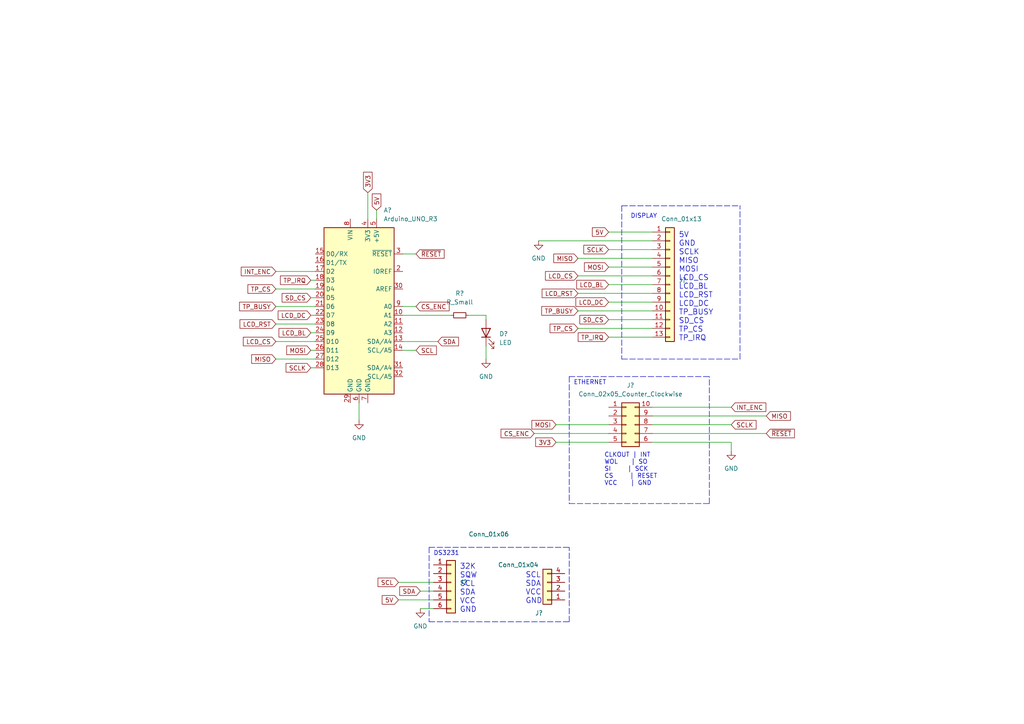
<source format=kicad_sch>
(kicad_sch (version 20211123) (generator eeschema)
  (paper "A4")
  (lib_symbols
    (symbol "Connector_Generic:Conn_01x04" (pin_names (offset 1.016) hide)
      (property "Reference" "J" (at 0 5.08 0))
      (property "Value" "Conn_01x04" (at 0 -7.62 0))
      (symbol "Conn_01x04_1_1"
        (rectangle (start -1.27 -4.953) (end 0 -5.207) (stroke (width 0.1524)))
        (rectangle (start -1.27 -2.413) (end 0 -2.667) (stroke (width 0.1524)))
        (rectangle (start -1.27 0.127) (end 0 -0.127) (stroke (width 0.1524)))
        (rectangle (start -1.27 2.667) (end 0 2.413) (stroke (width 0.1524)))
        (rectangle (start -1.27 3.81) (end 1.27 -6.35) (stroke (width 0.254)) (fill (type background)))
        (pin passive line (at -5.08 2.54 0) (length 3.81) (name "Pin_1") (number "1"))
        (pin passive line (at -5.08 0 0) (length 3.81) (name "Pin_2") (number "2"))
        (pin passive line (at -5.08 -2.54 0) (length 3.81) (name "Pin_3") (number "3"))
        (pin passive line (at -5.08 -5.08 0) (length 3.81) (name "Pin_4") (number "4"))
      )
    )
    (symbol "Connector_Generic:Conn_01x06" (pin_names (offset 1.016) hide)
      (property "Reference" "J" (at 0 7.62 0))
      (property "Value" "Conn_01x06" (at 0 -10.16 0))
      (symbol "Conn_01x06_1_1"
        (rectangle (start -1.27 -7.493) (end 0 -7.747) (stroke (width 0.1524)))
        (rectangle (start -1.27 -4.953) (end 0 -5.207) (stroke (width 0.1524)))
        (rectangle (start -1.27 -2.413) (end 0 -2.667) (stroke (width 0.1524)))
        (rectangle (start -1.27 0.127) (end 0 -0.127) (stroke (width 0.1524)))
        (rectangle (start -1.27 2.667) (end 0 2.413) (stroke (width 0.1524)))
        (rectangle (start -1.27 5.207) (end 0 4.953) (stroke (width 0.1524)))
        (rectangle (start -1.27 6.35) (end 1.27 -8.89) (stroke (width 0.254)) (fill (type background)))
        (pin passive line (at -5.08 5.08 0) (length 3.81) (name "Pin_1") (number "1"))
        (pin passive line (at -5.08 2.54 0) (length 3.81) (name "Pin_2") (number "2"))
        (pin passive line (at -5.08 0 0) (length 3.81) (name "Pin_3") (number "3"))
        (pin passive line (at -5.08 -2.54 0) (length 3.81) (name "Pin_4") (number "4"))
        (pin passive line (at -5.08 -5.08 0) (length 3.81) (name "Pin_5") (number "5"))
        (pin passive line (at -5.08 -7.62 0) (length 3.81) (name "Pin_6") (number "6"))
      )
    )
    (symbol "Connector_Generic:Conn_01x13" (pin_names (offset 1.016) hide)
      (property "Reference" "J" (at 0 17.78 0))
      (property "Value" "Conn_01x13" (at 0 -17.78 0))
      (symbol "Conn_01x13_1_1"
        (rectangle (start -1.27 -15.113) (end 0 -15.367) (stroke (width 0.1524)))
        (rectangle (start -1.27 -12.573) (end 0 -12.827) (stroke (width 0.1524)))
        (rectangle (start -1.27 -10.033) (end 0 -10.287) (stroke (width 0.1524)))
        (rectangle (start -1.27 -7.493) (end 0 -7.747) (stroke (width 0.1524)))
        (rectangle (start -1.27 -4.953) (end 0 -5.207) (stroke (width 0.1524)))
        (rectangle (start -1.27 -2.413) (end 0 -2.667) (stroke (width 0.1524)))
        (rectangle (start -1.27 0.127) (end 0 -0.127) (stroke (width 0.1524)))
        (rectangle (start -1.27 2.667) (end 0 2.413) (stroke (width 0.1524)))
        (rectangle (start -1.27 5.207) (end 0 4.953) (stroke (width 0.1524)))
        (rectangle (start -1.27 7.747) (end 0 7.493) (stroke (width 0.1524)))
        (rectangle (start -1.27 10.287) (end 0 10.033) (stroke (width 0.1524)))
        (rectangle (start -1.27 12.827) (end 0 12.573) (stroke (width 0.1524)))
        (rectangle (start -1.27 15.367) (end 0 15.113) (stroke (width 0.1524)))
        (rectangle (start -1.27 16.51) (end 1.27 -16.51) (stroke (width 0.254)) (fill (type background)))
        (pin passive line (at -5.08 15.24 0) (length 3.81) (name "Pin_1") (number "1"))
        (pin passive line (at -5.08 -7.62 0) (length 3.81) (name "Pin_10") (number "10"))
        (pin passive line (at -5.08 -10.16 0) (length 3.81) (name "Pin_11") (number "11"))
        (pin passive line (at -5.08 -12.7 0) (length 3.81) (name "Pin_12") (number "12"))
        (pin passive line (at -5.08 -15.24 0) (length 3.81) (name "Pin_13") (number "13"))
        (pin passive line (at -5.08 12.7 0) (length 3.81) (name "Pin_2") (number "2"))
        (pin passive line (at -5.08 10.16 0) (length 3.81) (name "Pin_3") (number "3"))
        (pin passive line (at -5.08 7.62 0) (length 3.81) (name "Pin_4") (number "4"))
        (pin passive line (at -5.08 5.08 0) (length 3.81) (name "Pin_5") (number "5"))
        (pin passive line (at -5.08 2.54 0) (length 3.81) (name "Pin_6") (number "6"))
        (pin passive line (at -5.08 0 0) (length 3.81) (name "Pin_7") (number "7"))
        (pin passive line (at -5.08 -2.54 0) (length 3.81) (name "Pin_8") (number "8"))
        (pin passive line (at -5.08 -5.08 0) (length 3.81) (name "Pin_9") (number "9"))
      )
    )
    (symbol "Connector_Generic:Conn_02x05_Counter_Clockwise" (pin_names (offset 1.016) hide)
      (property "Reference" "J" (at 1.27 7.62 0))
      (property "Value" "Conn_02x05_Counter_Clockwise" (at 1.27 -7.62 0))
      (symbol "Conn_02x05_Counter_Clockwise_1_1"
        (rectangle (start -1.27 -4.953) (end 0 -5.207) (stroke (width 0.1524)))
        (rectangle (start -1.27 -2.413) (end 0 -2.667) (stroke (width 0.1524)))
        (rectangle (start -1.27 0.127) (end 0 -0.127) (stroke (width 0.1524)))
        (rectangle (start -1.27 2.667) (end 0 2.413) (stroke (width 0.1524)))
        (rectangle (start -1.27 5.207) (end 0 4.953) (stroke (width 0.1524)))
        (rectangle (start -1.27 6.35) (end 3.81 -6.35) (stroke (width 0.254)) (fill (type background)))
        (rectangle (start 3.81 -4.953) (end 2.54 -5.207) (stroke (width 0.1524)))
        (rectangle (start 3.81 -2.413) (end 2.54 -2.667) (stroke (width 0.1524)))
        (rectangle (start 3.81 0.127) (end 2.54 -0.127) (stroke (width 0.1524)))
        (rectangle (start 3.81 2.667) (end 2.54 2.413) (stroke (width 0.1524)))
        (rectangle (start 3.81 5.207) (end 2.54 4.953) (stroke (width 0.1524)))
        (pin passive line (at -5.08 5.08 0) (length 3.81) (name "Pin_1") (number "1"))
        (pin passive line (at 7.62 5.08 180) (length 3.81) (name "Pin_10") (number "10"))
        (pin passive line (at -5.08 2.54 0) (length 3.81) (name "Pin_2") (number "2"))
        (pin passive line (at -5.08 0 0) (length 3.81) (name "Pin_3") (number "3"))
        (pin passive line (at -5.08 -2.54 0) (length 3.81) (name "Pin_4") (number "4"))
        (pin passive line (at -5.08 -5.08 0) (length 3.81) (name "Pin_5") (number "5"))
        (pin passive line (at 7.62 -5.08 180) (length 3.81) (name "Pin_6") (number "6"))
        (pin passive line (at 7.62 -2.54 180) (length 3.81) (name "Pin_7") (number "7"))
        (pin passive line (at 7.62 0 180) (length 3.81) (name "Pin_8") (number "8"))
        (pin passive line (at 7.62 2.54 180) (length 3.81) (name "Pin_9") (number "9"))
      )
    )
    (symbol "Device:LED" (pin_numbers hide) (pin_names (offset 1.016) hide)
      (property "Reference" "D" (at 0 2.54 0))
      (property "Value" "LED" (at 0 -2.54 0))
      (symbol "LED_0_1"
        (polyline (pts (xy -1.27 -1.27) (xy -1.27 1.27)) (stroke (width 0.254)))
        (polyline (pts (xy -1.27 0) (xy 1.27 0)))
        (polyline (pts (xy 1.27 -1.27) (xy 1.27 1.27) (xy -1.27 0) (xy 1.27 -1.27)) (stroke (width 0.254)))
        (polyline (pts (xy -3.048 -0.762) (xy -4.572 -2.286) (xy -3.81 -2.286) (xy -4.572 -2.286) (xy -4.572 -1.524)))
        (polyline (pts (xy -1.778 -0.762) (xy -3.302 -2.286) (xy -2.54 -2.286) (xy -3.302 -2.286) (xy -3.302 -1.524)))
      )
      (symbol "LED_1_1"
        (pin passive line (at -3.81 0 0) (length 2.54) (name "K") (number "1"))
        (pin passive line (at 3.81 0 180) (length 2.54) (name "A") (number "2"))
      )
    )
    (symbol "Device:R_Small" (pin_numbers hide) (pin_names (offset 0.254) hide)
      (property "Reference" "R" (at 0.762 0.508 0))
      (property "Value" "R_Small" (at 0.762 -1.016 0))
      (symbol "R_Small_0_1"
        (rectangle (start -0.762 1.778) (end 0.762 -1.778) (stroke (width 0.2032)))
      )
      (symbol "R_Small_1_1"
        (pin passive line (at 0 2.54 270) (length 0.762) (name "~") (number "1"))
        (pin passive line (at 0 -2.54 90) (length 0.762) (name "~") (number "2"))
      )
    )
    (symbol "MCU_Module:Arduino_UNO_R3"
      (property "Reference" "A" (at -10.16 23.495 0))
      (property "Value" "Arduino_UNO_R3" (at 5.08 -26.67 0))
      (symbol "Arduino_UNO_R3_0_1"
        (rectangle (start -10.16 22.86) (end 10.16 -25.4) (stroke (width 0.254)) (fill (type background)))
      )
      (symbol "Arduino_UNO_R3_1_1"
        (pin no_connect line (at -10.16 -20.32 0) (length 2.54) hide (name "NC") (number "1"))
        (pin bidirectional line (at 12.7 -2.54 180) (length 2.54) (name "A1") (number "10"))
        (pin bidirectional line (at 12.7 -5.08 180) (length 2.54) (name "A2") (number "11"))
        (pin bidirectional line (at 12.7 -7.62 180) (length 2.54) (name "A3") (number "12"))
        (pin bidirectional line (at 12.7 -10.16 180) (length 2.54) (name "SDA/A4") (number "13"))
        (pin bidirectional line (at 12.7 -12.7 180) (length 2.54) (name "SCL/A5") (number "14"))
        (pin bidirectional line (at -12.7 15.24 0) (length 2.54) (name "D0/RX") (number "15"))
        (pin bidirectional line (at -12.7 12.7 0) (length 2.54) (name "D1/TX") (number "16"))
        (pin bidirectional line (at -12.7 10.16 0) (length 2.54) (name "D2") (number "17"))
        (pin bidirectional line (at -12.7 7.62 0) (length 2.54) (name "D3") (number "18"))
        (pin bidirectional line (at -12.7 5.08 0) (length 2.54) (name "D4") (number "19"))
        (pin output line (at 12.7 10.16 180) (length 2.54) (name "IOREF") (number "2"))
        (pin bidirectional line (at -12.7 2.54 0) (length 2.54) (name "D5") (number "20"))
        (pin bidirectional line (at -12.7 0 0) (length 2.54) (name "D6") (number "21"))
        (pin bidirectional line (at -12.7 -2.54 0) (length 2.54) (name "D7") (number "22"))
        (pin bidirectional line (at -12.7 -5.08 0) (length 2.54) (name "D8") (number "23"))
        (pin bidirectional line (at -12.7 -7.62 0) (length 2.54) (name "D9") (number "24"))
        (pin bidirectional line (at -12.7 -10.16 0) (length 2.54) (name "D10") (number "25"))
        (pin bidirectional line (at -12.7 -12.7 0) (length 2.54) (name "D11") (number "26"))
        (pin bidirectional line (at -12.7 -15.24 0) (length 2.54) (name "D12") (number "27"))
        (pin bidirectional line (at -12.7 -17.78 0) (length 2.54) (name "D13") (number "28"))
        (pin power_in line (at -2.54 -27.94 90) (length 2.54) (name "GND") (number "29"))
        (pin input line (at 12.7 15.24 180) (length 2.54) (name "~{RESET}") (number "3"))
        (pin input line (at 12.7 5.08 180) (length 2.54) (name "AREF") (number "30"))
        (pin bidirectional line (at 12.7 -17.78 180) (length 2.54) (name "SDA/A4") (number "31"))
        (pin bidirectional line (at 12.7 -20.32 180) (length 2.54) (name "SCL/A5") (number "32"))
        (pin power_out line (at 2.54 25.4 270) (length 2.54) (name "3V3") (number "4"))
        (pin power_out line (at 5.08 25.4 270) (length 2.54) (name "+5V") (number "5"))
        (pin power_in line (at 0 -27.94 90) (length 2.54) (name "GND") (number "6"))
        (pin power_in line (at 2.54 -27.94 90) (length 2.54) (name "GND") (number "7"))
        (pin power_in line (at -2.54 25.4 270) (length 2.54) (name "VIN") (number "8"))
        (pin bidirectional line (at 12.7 0 180) (length 2.54) (name "A0") (number "9"))
      )
    )
    (symbol "power:GND" (power) (pin_names (offset 0))
      (property "Value" "GND" (at 0 -3.81 0))
      (symbol "GND_0_1"
        (polyline (pts (xy 0 0) (xy 0 -1.27) (xy 1.27 -1.27) (xy 0 -2.54) (xy -1.27 -1.27) (xy 0 -1.27)))
      )
      (symbol "GND_1_1"
        (pin power_in line (at 0 0 270) (length 0) hide (name "GND") (number "1"))
      )
    )
  )
  (wire (pts (xy 90.17 81.28) (xy 91.44 81.28)))
  (wire (pts (xy 106.68 55.88) (xy 106.68 63.5)))
  (wire (pts (xy 176.53 82.55) (xy 189.23 82.55)))
  (wire (pts (xy 121.92 176.53) (xy 125.73 176.53)))
  (polyline (pts (xy 180.34 59.69) (xy 180.34 104.14)))
  (wire (pts (xy 80.01 104.14) (xy 91.44 104.14)))
  (polyline (pts (xy 165.1 109.22) (xy 205.74 109.22)))
  (polyline (pts (xy 165.1 180.34) (xy 165.1 158.75)))
  (wire (pts (xy 116.84 99.06) (xy 127 99.06)))
  (polyline (pts (xy 180.34 59.69) (xy 214.63 59.69)))
  (wire (pts (xy 115.57 173.99) (xy 125.73 173.99)))
  (wire (pts (xy 167.64 90.17) (xy 189.23 90.17)))
  (wire (pts (xy 140.97 91.44) (xy 140.97 92.71)))
  (wire (pts (xy 176.53 92.71) (xy 189.23 92.71)))
  (polyline (pts (xy 165.1 146.05) (xy 205.74 146.05)))
  (wire (pts (xy 90.17 86.36) (xy 91.44 86.36)))
  (wire (pts (xy 115.57 168.91) (xy 125.73 168.91)))
  (wire (pts (xy 189.23 128.27) (xy 212.09 128.27)))
  (wire (pts (xy 189.23 125.73) (xy 222.25 125.73)))
  (wire (pts (xy 90.17 106.68) (xy 91.44 106.68)))
  (wire (pts (xy 161.29 123.19) (xy 176.53 123.19)))
  (wire (pts (xy 80.01 83.82) (xy 91.44 83.82)))
  (wire (pts (xy 140.97 100.33) (xy 140.97 104.14)))
  (wire (pts (xy 80.01 93.98) (xy 91.44 93.98)))
  (polyline (pts (xy 124.46 158.75) (xy 165.1 158.75)))
  (wire (pts (xy 167.64 74.93) (xy 189.23 74.93)))
  (wire (pts (xy 161.29 128.27) (xy 176.53 128.27)))
  (wire (pts (xy 135.89 91.44) (xy 140.97 91.44)))
  (wire (pts (xy 176.53 67.31) (xy 189.23 67.31)))
  (wire (pts (xy 90.17 101.6) (xy 91.44 101.6)))
  (polyline (pts (xy 205.74 146.05) (xy 205.74 109.22)))
  (wire (pts (xy 167.64 85.09) (xy 189.23 85.09)))
  (wire (pts (xy 90.17 96.52) (xy 91.44 96.52)))
  (wire (pts (xy 109.22 60.96) (xy 109.22 63.5)))
  (wire (pts (xy 80.01 78.74) (xy 91.44 78.74)))
  (wire (pts (xy 80.01 88.9) (xy 91.44 88.9)))
  (polyline (pts (xy 214.63 104.14) (xy 214.63 59.69)))
  (wire (pts (xy 90.17 91.44) (xy 91.44 91.44)))
  (wire (pts (xy 189.23 123.19) (xy 212.09 123.19)))
  (wire (pts (xy 176.53 72.39) (xy 189.23 72.39)))
  (polyline (pts (xy 124.46 158.75) (xy 124.46 180.34)))
  (polyline (pts (xy 180.34 104.14) (xy 214.63 104.14)))
  (wire (pts (xy 104.14 116.84) (xy 104.14 121.92)))
  (wire (pts (xy 116.84 88.9) (xy 120.65 88.9)))
  (wire (pts (xy 167.64 80.01) (xy 189.23 80.01)))
  (wire (pts (xy 212.09 128.27) (xy 212.09 130.81)))
  (wire (pts (xy 121.92 171.45) (xy 125.73 171.45)))
  (polyline (pts (xy 165.1 109.22) (xy 165.1 146.05)))
  (wire (pts (xy 189.23 120.65) (xy 222.25 120.65)))
  (wire (pts (xy 167.64 95.25) (xy 189.23 95.25)))
  (wire (pts (xy 116.84 73.66) (xy 120.65 73.66)))
  (wire (pts (xy 116.84 91.44) (xy 130.81 91.44)))
  (wire (pts (xy 176.53 97.79) (xy 189.23 97.79)))
  (wire (pts (xy 189.23 118.11) (xy 212.09 118.11)))
  (wire (pts (xy 156.21 69.85) (xy 189.23 69.85)))
  (polyline (pts (xy 124.46 180.34) (xy 165.1 180.34)))
  (wire (pts (xy 176.53 77.47) (xy 189.23 77.47)))
  (wire (pts (xy 80.01 99.06) (xy 91.44 99.06)))
  (wire (pts (xy 116.84 101.6) (xy 120.65 101.6)))
  (wire (pts (xy 176.53 87.63) (xy 189.23 87.63)))
  (wire (pts (xy 154.94 125.73) (xy 176.53 125.73)))
  (text "CLKOUT | INT\nWOL    | SO\nSI     | SCK\nCS     | RESET\nVCC    | GND" (at 175.26 140.97 0) (effects (font (size 1.27 1.27)) (justify left bottom)))
  (text "SCL\nSDA\nVCC\nGND" (at 152.4 175.26 0) (effects (font (size 1.55 1.55)) (justify left bottom)))
  (text "DS3231" (at 125.73 161.29 0) (effects (font (size 1.27 1.27)) (justify left bottom)))
  (text "32K\nSQW\nSCL\nSDA\nVCC\nGND" (at 133.35 177.8 0) (effects (font (size 1.55 1.55)) (justify left bottom)))
  (text "DISPLAY\n" (at 182.88 63.5 0) (effects (font (size 1.27 1.27)) (justify left bottom)))
  (text "ETHERNET" (at 166.37 111.76 0) (effects (font (size 1.27 1.27)) (justify left bottom)))
  (text "5V\nGND\nSCLK\nMISO\nMOSI\nLCD_CS\nLCD_BL\nLCD_RST\nLCD_DC\nTP_BUSY\nSD_CS\nTP_CS\nTP_IRQ" (at 196.85 99.06 0) (effects (font (size 1.55 1.55)) (justify left bottom)))
  (global_label "~{RESET}" (shape input) (at 222.25 125.73 0) (property "Intersheet References" "${INTERSHEET_REFS}" (effects hide)))
  (global_label "SDA" (shape input) (at 127 99.06 0) (property "Intersheet References" "${INTERSHEET_REFS}" (effects hide)))
  (global_label "3V3" (shape input) (at 106.68 55.88 90) (property "Intersheet References" "${INTERSHEET_REFS}" (effects hide)))
  (global_label "LCD_CS" (shape input) (at 167.64 80.01 180) (property "Intersheet References" "${INTERSHEET_REFS}" (effects hide)))
  (global_label "LCD_DC" (shape input) (at 90.17 91.44 180) (property "Intersheet References" "${INTERSHEET_REFS}" (effects hide)))
  (global_label "INT_ENC" (shape input) (at 212.09 118.11 0) (property "Intersheet References" "${INTERSHEET_REFS}" (effects hide)))
  (global_label "LCD_RST" (shape input) (at 80.01 93.98 180) (property "Intersheet References" "${INTERSHEET_REFS}" (effects hide)))
  (global_label "SDA" (shape input) (at 121.92 171.45 180) (property "Intersheet References" "${INTERSHEET_REFS}" (effects hide)))
  (global_label "CS_ENC" (shape input) (at 120.65 88.9 0) (property "Intersheet References" "${INTERSHEET_REFS}" (effects hide)))
  (global_label "LCD_DC" (shape input) (at 176.53 87.63 180) (property "Intersheet References" "${INTERSHEET_REFS}" (effects hide)))
  (global_label "SD_CS" (shape input) (at 176.53 92.71 180) (property "Intersheet References" "${INTERSHEET_REFS}" (effects hide)))
  (global_label "SCLK" (shape input) (at 90.17 106.68 180) (property "Intersheet References" "${INTERSHEET_REFS}" (effects hide)))
  (global_label "LCD_RST" (shape input) (at 167.64 85.09 180) (property "Intersheet References" "${INTERSHEET_REFS}" (effects hide)))
  (global_label "LCD_BL" (shape input) (at 90.17 96.52 180) (property "Intersheet References" "${INTERSHEET_REFS}" (effects hide)))
  (global_label "INT_ENC" (shape input) (at 80.01 78.74 180) (property "Intersheet References" "${INTERSHEET_REFS}" (effects hide)))
  (global_label "SD_CS" (shape input) (at 90.17 86.36 180) (property "Intersheet References" "${INTERSHEET_REFS}" (effects hide)))
  (global_label "MISO" (shape input) (at 80.01 104.14 180) (property "Intersheet References" "${INTERSHEET_REFS}" (effects hide)))
  (global_label "MISO" (shape input) (at 167.64 74.93 180) (property "Intersheet References" "${INTERSHEET_REFS}" (effects hide)))
  (global_label "LCD_BL" (shape input) (at 176.53 82.55 180) (property "Intersheet References" "${INTERSHEET_REFS}" (effects hide)))
  (global_label "TP_CS" (shape input) (at 167.64 95.25 180) (property "Intersheet References" "${INTERSHEET_REFS}" (effects hide)))
  (global_label "TP_IRQ" (shape input) (at 176.53 97.79 180) (property "Intersheet References" "${INTERSHEET_REFS}" (effects hide)))
  (global_label "SCLK" (shape input) (at 212.09 123.19 0) (property "Intersheet References" "${INTERSHEET_REFS}" (effects hide)))
  (global_label "MOSI" (shape input) (at 161.29 123.19 180) (property "Intersheet References" "${INTERSHEET_REFS}" (effects hide)))
  (global_label "SCLK" (shape input) (at 176.53 72.39 180) (property "Intersheet References" "${INTERSHEET_REFS}" (effects hide)))
  (global_label "CS_ENC" (shape input) (at 154.94 125.73 180) (property "Intersheet References" "${INTERSHEET_REFS}" (effects hide)))
  (global_label "5V" (shape input) (at 109.22 60.96 90) (property "Intersheet References" "${INTERSHEET_REFS}" (effects hide)))
  (global_label "~{RESET}" (shape input) (at 120.65 73.66 0) (property "Intersheet References" "${INTERSHEET_REFS}" (effects hide)))
  (global_label "3V3" (shape input) (at 161.29 128.27 180) (property "Intersheet References" "${INTERSHEET_REFS}" (effects hide)))
  (global_label "SCL" (shape input) (at 120.65 101.6 0) (property "Intersheet References" "${INTERSHEET_REFS}" (effects hide)))
  (global_label "SCL" (shape input) (at 115.57 168.91 180) (property "Intersheet References" "${INTERSHEET_REFS}" (effects hide)))
  (global_label "MISO" (shape input) (at 222.25 120.65 0) (property "Intersheet References" "${INTERSHEET_REFS}" (effects hide)))
  (global_label "TP_BUSY" (shape input) (at 80.01 88.9 180) (property "Intersheet References" "${INTERSHEET_REFS}" (effects hide)))
  (global_label "TP_CS" (shape input) (at 80.01 83.82 180) (property "Intersheet References" "${INTERSHEET_REFS}" (effects hide)))
  (global_label "MOSI" (shape input) (at 90.17 101.6 180) (property "Intersheet References" "${INTERSHEET_REFS}" (effects hide)))
  (global_label "5V" (shape input) (at 115.57 173.99 180) (property "Intersheet References" "${INTERSHEET_REFS}" (effects hide)))
  (global_label "TP_IRQ" (shape input) (at 90.17 81.28 180) (property "Intersheet References" "${INTERSHEET_REFS}" (effects hide)))
  (global_label "TP_BUSY" (shape input) (at 167.64 90.17 180) (property "Intersheet References" "${INTERSHEET_REFS}" (effects hide)))
  (global_label "LCD_CS" (shape input) (at 80.01 99.06 180) (property "Intersheet References" "${INTERSHEET_REFS}" (effects hide)))
  (global_label "5V" (shape input) (at 176.53 67.31 180) (property "Intersheet References" "${INTERSHEET_REFS}" (effects hide)))
  (global_label "MOSI" (shape input) (at 176.53 77.47 180) (property "Intersheet References" "${INTERSHEET_REFS}" (effects hide)))
  (symbol (lib_id "power:GND") (at 140.97 104.14 0) (unit 1)
    (property "Reference" "#PWR?" (effects hide))
    (property "Value" "GND" (at 140.97 109.22 0))
  )
  (symbol (lib_id "Connector_Generic:Conn_01x06") (at 130.81 168.91 0) (unit 1)
    (property "Reference" "J?" (at 133.35 168.9099 0) (effects (justify left)))
    (property "Value" "Conn_01x06" (at 135.89 154.94 0) (effects (justify left)))
  )
  (symbol (lib_id "power:GND") (at 121.92 176.53 0) (unit 1)
    (property "Reference" "#PWR?" (effects hide))
    (property "Value" "GND" (at 121.92 181.61 0))
  )
  (symbol (lib_id "Connector_Generic:Conn_01x13") (at 194.31 82.55 0) (unit 1)
    (property "Reference" "J?" (at 196.85 81.2799 0) (effects (justify left)))
    (property "Value" "Conn_01x13" (at 191.77 63.5 0) (effects (justify left)))
  )
  (symbol (lib_id "power:GND") (at 156.21 69.85 0) (unit 1)
    (property "Reference" "#PWR?" (effects hide))
    (property "Value" "GND" (at 156.21 74.93 0))
  )
  (symbol (lib_id "power:GND") (at 104.14 121.92 0) (unit 1)
    (property "Reference" "#PWR?" (effects hide))
    (property "Value" "GND" (at 104.14 127 0))
  )
  (symbol (lib_id "Device:LED") (at 140.97 96.52 90) (unit 1)
    (property "Reference" "D?" (at 144.78 96.8374 90) (effects (justify right)))
    (property "Value" "LED" (at 144.78 99.3774 90) (effects (justify right)))
  )
  (symbol (lib_id "Connector_Generic:Conn_02x05_Counter_Clockwise") (at 181.61 123.19 0) (unit 1)
    (property "Reference" "J?" (at 182.88 111.76 0))
    (property "Value" "Conn_02x05_Counter_Clockwise" (at 182.88 114.3 0))
  )
  (symbol (lib_id "Connector_Generic:Conn_01x04") (at 158.75 171.45 180) (unit 1)
    (property "Reference" "J?" (at 157.48 177.8 0) (effects (justify left)))
    (property "Value" "Conn_01x04" (at 156.21 163.83 0) (effects (justify left)))
  )
  (symbol (lib_id "power:GND") (at 212.09 130.81 0) (unit 1)
    (property "Reference" "#PWR?" (effects hide))
    (property "Value" "GND" (at 212.09 135.89 0))
  )
  (symbol (lib_id "Device:R_Small") (at 133.35 91.44 90) (unit 1)
    (property "Reference" "R?" (at 133.35 85.09 90))
    (property "Value" "R_Small" (at 133.35 87.63 90))
  )
  (symbol (lib_id "MCU_Module:Arduino_UNO_R3") (at 104.14 88.9 0) (unit 1)
    (property "Reference" "A?" (at 111.2394 60.96 0) (effects (justify left)))
    (property "Value" "Arduino_UNO_R3" (at 111.2394 63.5 0) (effects (justify left)))
    (property "Footprint" "Module:Arduino_UNO_R3" (effects hide))
    (property "Datasheet" "https://www.arduino.cc/en/Main/arduinoBoardUno" (effects hide))
  )
)
</source>
